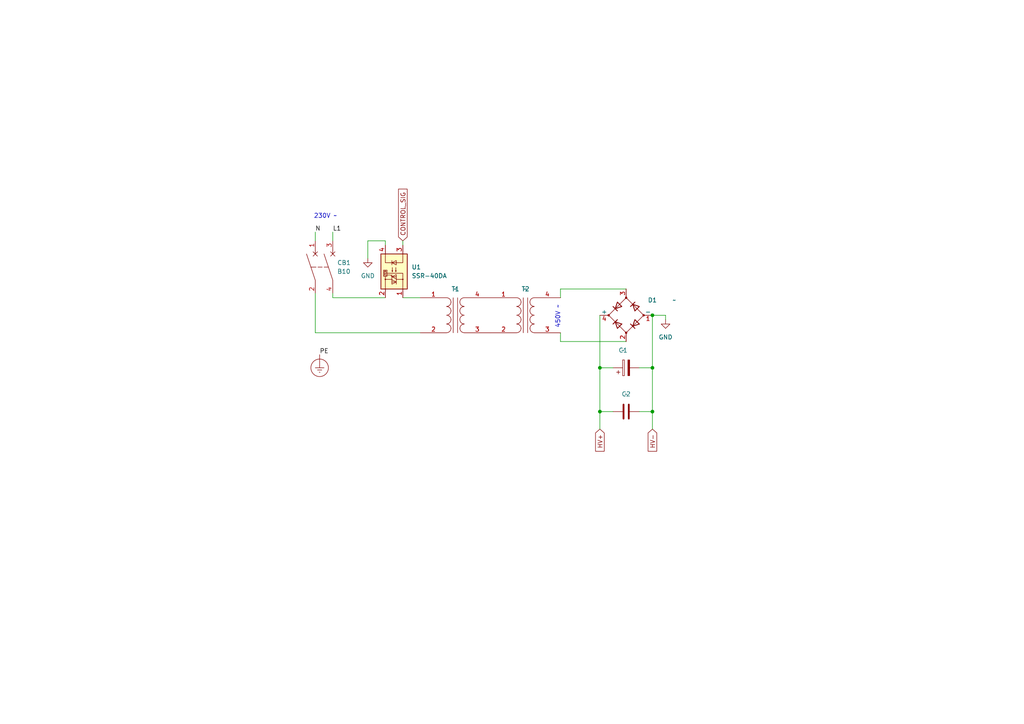
<source format=kicad_sch>
(kicad_sch (version 20230121) (generator eeschema)
  (paper "A4")
  (lib_symbols
    (symbol "Device:C" (pin_numbers hide) (pin_names (offset 0.254))
      (property "Reference" "C" (at 0.635 2.54 0))
      (property "Value" "C" (at 0.635 -2.54 0))
      (symbol "C_0_1"
        (polyline (pts (xy -2.032 -0.762) (xy 2.032 -0.762)) (stroke (width 0.508)))
        (polyline (pts (xy -2.032 0.762) (xy 2.032 0.762)) (stroke (width 0.508)))
      )
      (symbol "C_1_1"
        (pin passive line (at 0 3.81 270) (length 2.794) (name "~") (number "1"))
        (pin passive line (at 0 -3.81 90) (length 2.794) (name "~") (number "2"))
      )
    )
    (symbol "Device:C_Polarized" (pin_numbers hide) (pin_names (offset 0.254))
      (property "Reference" "C" (at 0.635 2.54 0))
      (property "Value" "C_Polarized" (at 0.635 -2.54 0))
      (symbol "C_Polarized_0_1"
        (rectangle (start -2.286 0.508) (end 2.286 1.016))
        (polyline (pts (xy -1.778 2.286) (xy -0.762 2.286)))
        (polyline (pts (xy -1.27 2.794) (xy -1.27 1.778)))
        (rectangle (start 2.286 -0.508) (end -2.286 -1.016) (fill (type outline)))
      )
      (symbol "C_Polarized_1_1"
        (pin passive line (at 0 3.81 270) (length 2.794) (name "~") (number "1"))
        (pin passive line (at 0 -3.81 90) (length 2.794) (name "~") (number "2"))
      )
    )
    (symbol "Device:CircuitBreaker_2P"
      (property "Reference" "CB" (at 3.81 0 0))
      (property "Value" "CircuitBreaker_2P" (at 3.81 2.54 0))
      (symbol "CircuitBreaker_2P_0_1"
        (polyline (pts (xy -3.81 0) (xy -2.286 0)))
        (polyline (pts (xy -2.54 -3.81) (xy -5.08 3.81)))
        (polyline (pts (xy -1.778 0) (xy -0.508 0)))
        (polyline (pts (xy 0 0) (xy 1.27 0)))
        (polyline (pts (xy 2.54 -5.08) (xy 2.54 -3.81)))
        (polyline (pts (xy 2.54 -3.81) (xy 0 3.81)))
      )
      (symbol "CircuitBreaker_2P_1_1"
        (polyline (pts (xy -3.175 4.445) (xy -1.905 3.175)))
        (polyline (pts (xy -2.54 -3.81) (xy -2.54 -5.08)))
        (polyline (pts (xy -2.54 5.08) (xy -2.54 3.81)))
        (polyline (pts (xy -1.905 4.445) (xy -3.175 3.175)))
        (polyline (pts (xy 1.905 4.445) (xy 3.175 3.175)))
        (polyline (pts (xy 2.54 5.08) (xy 2.54 3.81)))
        (polyline (pts (xy 3.175 4.445) (xy 1.905 3.175)))
        (pin passive line (at -2.54 7.62 270) (length 2.54) (name "~") (number "1"))
        (pin passive line (at -2.54 -7.62 90) (length 2.54) (name "~") (number "2"))
        (pin passive line (at 2.54 7.62 270) (length 2.54) (name "~") (number "3"))
        (pin passive line (at 2.54 -7.62 90) (length 2.54) (name "~") (number "4"))
      )
    )
    (symbol "Device:D_Bridge_-AA+" (pin_names (offset 0))
      (property "Reference" "D" (at 2.54 6.985 0))
      (property "Value" "D_Bridge_-AA+" (at 2.54 5.08 0))
      (symbol "D_Bridge_-AA+_0_1"
        (circle (center -5.08 0) (radius 0.254) (fill (type outline)))
        (circle (center 0 -5.08) (radius 0.254) (fill (type outline)))
        (polyline (pts (xy -2.54 3.81) (xy -1.27 2.54)) (stroke (width 0.254)))
        (polyline (pts (xy -1.27 -2.54) (xy -2.54 -3.81)) (stroke (width 0.254)))
        (polyline (pts (xy 2.54 -1.27) (xy 3.81 -2.54)) (stroke (width 0.254)))
        (polyline (pts (xy 2.54 1.27) (xy 3.81 2.54)) (stroke (width 0.254)))
        (polyline (pts (xy -3.81 2.54) (xy -2.54 1.27) (xy -1.905 3.175) (xy -3.81 2.54)) (stroke (width 0.254)))
        (polyline (pts (xy -2.54 -1.27) (xy -3.81 -2.54) (xy -1.905 -3.175) (xy -2.54 -1.27)) (stroke (width 0.254)))
        (polyline (pts (xy 1.27 2.54) (xy 2.54 3.81) (xy 3.175 1.905) (xy 1.27 2.54)) (stroke (width 0.254)))
        (polyline (pts (xy 3.175 -1.905) (xy 1.27 -2.54) (xy 2.54 -3.81) (xy 3.175 -1.905)) (stroke (width 0.254)))
        (polyline (pts (xy -5.08 0) (xy 0 -5.08) (xy 5.08 0) (xy 0 5.08) (xy -5.08 0)))
        (circle (center 0 5.08) (radius 0.254) (fill (type outline)))
        (circle (center 5.08 0) (radius 0.254) (fill (type outline)))
      )
      (symbol "D_Bridge_-AA+_1_1"
        (pin passive line (at -7.62 0 0) (length 2.54) (name "-") (number "1"))
        (pin passive line (at 0 7.62 270) (length 2.54) (name "~") (number "2"))
        (pin passive line (at 0 -7.62 90) (length 2.54) (name "~") (number "3"))
        (pin passive line (at 7.62 0 180) (length 2.54) (name "+") (number "4"))
      )
    )
    (symbol "Device:Transformer_1P_1S" (pin_names (offset 1.016) hide)
      (property "Reference" "T" (at 0 6.35 0))
      (property "Value" "Transformer_1P_1S" (at 0 -7.62 0))
      (symbol "Transformer_1P_1S_0_1"
        (arc (start -2.54 -5.0546) (mid -1.6599 -4.6901) (end -1.27 -3.81))
        (arc (start -2.54 -2.5146) (mid -1.6599 -2.1501) (end -1.27 -1.27))
        (arc (start -2.54 0.0254) (mid -1.6599 0.3899) (end -1.27 1.27))
        (arc (start -2.54 2.5654) (mid -1.6599 2.9299) (end -1.27 3.81))
        (arc (start -1.27 -3.81) (mid -1.642 -2.912) (end -2.54 -2.54))
        (arc (start -1.27 -1.27) (mid -1.642 -0.372) (end -2.54 0))
        (arc (start -1.27 1.27) (mid -1.642 2.168) (end -2.54 2.54))
        (arc (start -1.27 3.81) (mid -1.642 4.708) (end -2.54 5.08))
        (polyline (pts (xy -0.635 5.08) (xy -0.635 -5.08)))
        (polyline (pts (xy 0.635 -5.08) (xy 0.635 5.08)))
        (arc (start 1.2954 -1.27) (mid 1.6599 -2.1501) (end 2.54 -2.5146))
        (arc (start 1.2954 1.27) (mid 1.6599 0.3899) (end 2.54 0.0254))
        (arc (start 1.2954 3.81) (mid 1.6599 2.9299) (end 2.54 2.5654))
        (arc (start 1.3208 -3.81) (mid 1.6853 -4.6901) (end 2.5654 -5.0546))
        (arc (start 2.54 0) (mid 1.642 -0.372) (end 1.2954 -1.27))
        (arc (start 2.54 2.54) (mid 1.642 2.168) (end 1.2954 1.27))
        (arc (start 2.54 5.08) (mid 1.642 4.708) (end 1.2954 3.81))
        (arc (start 2.5654 -2.54) (mid 1.6674 -2.912) (end 1.3208 -3.81))
      )
      (symbol "Transformer_1P_1S_1_1"
        (pin passive line (at -10.16 5.08 0) (length 7.62) (name "AA") (number "1"))
        (pin passive line (at -10.16 -5.08 0) (length 7.62) (name "AB") (number "2"))
        (pin passive line (at 10.16 -5.08 180) (length 7.62) (name "SA") (number "3"))
        (pin passive line (at 10.16 5.08 180) (length 7.62) (name "SB") (number "4"))
      )
    )
    (symbol "Relay_SolidState:S216S02"
      (property "Reference" "U" (at -5.08 5.08 0))
      (property "Value" "S216S02" (at 0 5.08 0))
      (symbol "S216S02_0_0"
        (rectangle (start -0.381 -2.032) (end 1.397 -3.048))
        (polyline (pts (xy 2.286 -2.54) (xy 1.397 -2.54)))
        (polyline (pts (xy 1.524 -0.635) (xy 1.016 -1.016) (xy 1.016 -2.032)))
        (text "ZCD" (at 0.508 -2.54 0) (effects (font (size 0.508 0.508))))
      )
      (symbol "S216S02_0_1"
        (rectangle (start -5.08 3.81) (end 5.08 -3.81) (stroke (width 0.254)) (fill (type background)))
        (polyline (pts (xy -3.175 -0.635) (xy -1.905 -0.635)))
        (polyline (pts (xy 1.524 -0.635) (xy 1.524 0.635)))
        (polyline (pts (xy 3.048 0.635) (xy 3.048 -0.635)))
        (polyline (pts (xy 2.286 -0.635) (xy 2.286 -2.54) (xy 5.08 -2.54)))
        (polyline (pts (xy 2.286 0.635) (xy 2.286 2.54) (xy 5.08 2.54)))
        (polyline (pts (xy 2.286 2.54) (xy 0.508 2.54) (xy 0.508 -2.032)))
        (polyline (pts (xy -5.08 2.54) (xy -2.54 2.54) (xy -2.54 -2.54) (xy -5.08 -2.54)))
        (polyline (pts (xy -2.54 -0.635) (xy -3.175 0.635) (xy -1.905 0.635) (xy -2.54 -0.635)))
        (polyline (pts (xy 0.889 -0.635) (xy 3.683 -0.635) (xy 3.048 0.635) (xy 2.413 -0.635)))
        (polyline (pts (xy 3.683 0.635) (xy 0.889 0.635) (xy 1.524 -0.635) (xy 2.159 0.635)))
        (polyline (pts (xy -1.143 -0.508) (xy 0.127 -0.508) (xy -0.254 -0.635) (xy -0.254 -0.381) (xy 0.127 -0.508)))
        (polyline (pts (xy -1.143 0.508) (xy 0.127 0.508) (xy -0.254 0.381) (xy -0.254 0.635) (xy 0.127 0.508)))
        (circle (center 2.286 -2.54) (radius 0.127))
        (circle (center 2.286 2.54) (radius 0.127))
      )
      (symbol "S216S02_1_1"
        (pin passive line (at 7.62 2.54 180) (length 2.54) (name "~") (number "1"))
        (pin passive line (at 7.62 -2.54 180) (length 2.54) (name "~") (number "2"))
        (pin passive line (at -7.62 2.54 0) (length 2.54) (name "~") (number "3"))
        (pin passive line (at -7.62 -2.54 0) (length 2.54) (name "~") (number "4"))
      )
    )
    (symbol "power:Earth_Protective" (power) (pin_names (offset 0))
      (symbol "Earth_Protective_0_1"
        (circle (center 0 -3.81) (radius 2.54))
        (polyline (pts (xy -0.635 -4.445) (xy 0.635 -4.445)))
        (polyline (pts (xy -0.127 -5.08) (xy 0.127 -5.08)))
        (polyline (pts (xy 0 -3.81) (xy 0 0)))
        (polyline (pts (xy 1.27 -3.81) (xy -1.27 -3.81)))
      )
      (symbol "Earth_Protective_1_1"
        (pin power_in line (at 0 0 270) (length 0) hide (name "Earth_Protective") (number "1"))
      )
    )
    (symbol "power:GND" (power) (pin_names (offset 0))
      (property "Value" "GND" (at 0 -3.81 0))
      (symbol "GND_0_1"
        (polyline (pts (xy 0 0) (xy 0 -1.27) (xy 1.27 -1.27) (xy 0 -2.54) (xy -1.27 -1.27) (xy 0 -1.27)))
      )
      (symbol "GND_1_1"
        (pin power_in line (at 0 0 270) (length 0) hide (name "GND") (number "1"))
      )
    )
  )
  (junction (at 189.23 91.44))
  (junction (at 189.23 119.38))
  (junction (at 173.99 119.38))
  (junction (at 189.23 106.68))
  (junction (at 173.99 106.68))
  (wire (pts (xy 189.23 119.38) (xy 189.23 124.46)))
  (wire (pts (xy 106.68 69.85) (xy 111.76 69.85)))
  (wire (pts (xy 162.56 83.82) (xy 162.56 86.36)))
  (wire (pts (xy 91.44 85.09) (xy 91.44 96.52)))
  (wire (pts (xy 173.99 119.38) (xy 173.99 124.46)))
  (wire (pts (xy 189.23 91.44) (xy 189.23 106.68)))
  (wire (pts (xy 181.61 99.06) (xy 162.56 99.06)))
  (wire (pts (xy 91.44 96.52) (xy 121.92 96.52)))
  (wire (pts (xy 189.23 106.68) (xy 185.42 106.68)))
  (wire (pts (xy 173.99 91.44) (xy 173.99 106.68)))
  (wire (pts (xy 177.8 106.68) (xy 173.99 106.68)))
  (wire (pts (xy 173.99 119.38) (xy 177.8 119.38)))
  (wire (pts (xy 189.23 91.44) (xy 193.04 91.44)))
  (wire (pts (xy 173.99 106.68) (xy 173.99 119.38)))
  (wire (pts (xy 162.56 99.06) (xy 162.56 96.52)))
  (wire (pts (xy 116.84 86.36) (xy 121.92 86.36)))
  (wire (pts (xy 193.04 91.44) (xy 193.04 92.71)))
  (wire (pts (xy 111.76 69.85) (xy 111.76 71.12)))
  (wire (pts (xy 189.23 119.38) (xy 185.42 119.38)))
  (wire (pts (xy 96.52 85.09) (xy 96.52 86.36)))
  (wire (pts (xy 181.61 83.82) (xy 162.56 83.82)))
  (wire (pts (xy 96.52 86.36) (xy 111.76 86.36)))
  (wire (pts (xy 96.52 67.31) (xy 96.52 69.85)))
  (wire (pts (xy 189.23 106.68) (xy 189.23 119.38)))
  (wire (pts (xy 106.68 74.93) (xy 106.68 69.85)))
  (wire (pts (xy 91.44 67.31) (xy 91.44 69.85)))
  (wire (pts (xy 116.84 69.85) (xy 116.84 71.12)))
  (text "450V ~\n" (at 162.56 95.25 90) (effects (font (size 1.27 1.27)) (justify left bottom)))
  (text "230V ~\n" (at 97.79 63.5 0) (effects (font (size 1.27 1.27)) (justify right bottom)))
  (label "PE" (at 92.71 102.87 0))
  (label "N" (at 91.44 67.31 0))
  (label "L1" (at 96.52 67.31 0))
  (global_label "HV-" (shape input) (at 189.23 124.46 270) (property "Intersheetrefs" "${INTERSHEET_REFS}" (effects hide)))
  (global_label "CONTROL_SIG" (shape input) (at 116.84 69.85 90) (property "Intersheetrefs" "${INTERSHEET_REFS}" (effects hide)))
  (global_label "HV+" (shape input) (at 173.99 124.46 270) (property "Intersheetrefs" "${INTERSHEET_REFS}" (effects hide)))
  (symbol (lib_id "Device:C") (at 181.61 119.38 90) (unit 1)
    (property "Reference" "C2" (at 181.61 114.3 90))
    (property "Value" "~" (at 181.61 114.3 90))
  )
  (symbol (lib_id "power:Earth_Protective") (at 92.71 102.87 0) (unit 1)
    (property "Reference" "#PWR01" (effects hide))
    (property "Value" "Earth_Protective" (effects hide))
  )
  (symbol (lib_id "power:GND") (at 193.04 92.71 0) (unit 1)
    (property "Reference" "#PWR02" (effects hide))
    (property "Value" "GND" (at 193.04 97.79 0))
  )
  (symbol (lib_id "Device:D_Bridge_-AA+") (at 181.61 91.44 180) (unit 1)
    (property "Reference" "D1" (at 189.23 87.0519 0))
    (property "Value" "~" (at 195.58 87.0519 0))
  )
  (symbol (lib_id "Device:Transformer_1P_1S") (at 132.08 91.44 0) (unit 1)
    (property "Reference" "T1" (at 132.0927 83.82 0))
    (property "Value" "~" (at 132.0927 83.82 0))
  )
  (symbol (lib_id "Device:CircuitBreaker_2P") (at 93.98 77.47 0) (unit 1)
    (property "Reference" "CB1" (at 97.79 76.2 0) (effects (justify left)))
    (property "Value" "B10" (at 97.79 78.74 0) (effects (justify left)))
  )
  (symbol (lib_id "Relay_SolidState:S216S02") (at 114.3 78.74 270) (unit 1)
    (property "Reference" "U1" (at 119.38 77.47 90) (effects (justify left)))
    (property "Value" "SSR-40DA" (at 119.38 80.01 90) (effects (justify left)))
    (property "Footprint" "Package_SIP:SIP4_Sharp-SSR_P7.62mm_Straight" (effects hide))
    (property "Datasheet" "http://www.sharp-world.com/products/device/lineup/data/pdf/datasheet/s116s02_e.pdf" (effects hide))
  )
  (symbol (lib_id "Device:Transformer_1P_1S") (at 152.4 91.44 0) (unit 1)
    (property "Reference" "T2" (at 152.4127 83.82 0))
    (property "Value" "~" (at 152.4127 83.82 0))
  )
  (symbol (lib_id "power:GND") (at 106.68 74.93 0) (unit 1)
    (property "Reference" "#PWR03" (effects hide))
    (property "Value" "GND" (at 106.68 80.01 0))
  )
  (symbol (lib_id "Device:C_Polarized") (at 181.61 106.68 90) (unit 1)
    (property "Reference" "C1" (at 180.721 101.6 90))
    (property "Value" "~" (at 180.721 101.6 90))
  )
)
</source>
